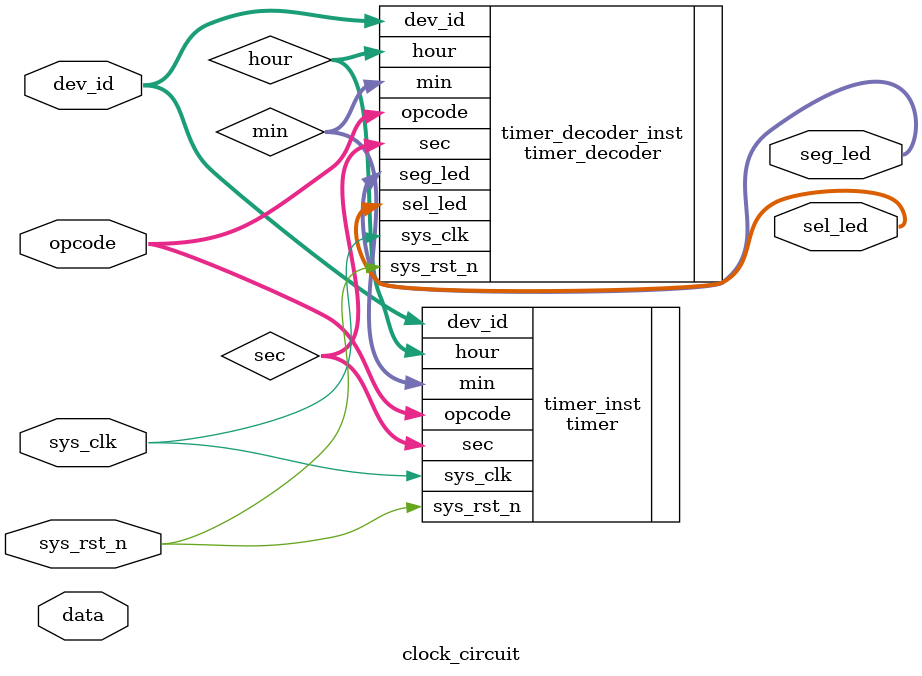
<source format=v>
module clock_circuit(
    input               sys_clk     ,
    input               sys_rst_n   ,
    input       [3: 0]  opcode      ,
    input       [3: 0]  data        ,
    input       [1: 0]  dev_id      ,//设备地址

    output      [7: 0]  seg_led     ,
    output      [5: 0]  sel_led     
);
wire [4: 0] hour;
wire [5: 0] min ;
wire [5: 0] sec ;

timer   timer_inst(
.sys_clk       (sys_clk),
.sys_rst_n     (sys_rst_n),
.dev_id        (dev_id),
.opcode        (opcode),

.hour          (hour),
.min           (min),
.sec           (sec)
);  

timer_decoder   timer_decoder_inst(
.sys_clk       (sys_clk),
.sys_rst_n     (sys_rst_n),
.hour          (hour),
.min           (min),
.sec           (sec),
.dev_id        (dev_id),
.opcode        (opcode),

.seg_led       (seg_led),
.sel_led       (sel_led)
);

// defparam timer_inst.MAX = 5;//5 * 20 = 100ns
// defparam timer_inst.DAY = 864;//864 * 100 = 86400ns;
// defparam timer_decoder_inst.FPS = 10;//200ns;
endmodule 
</source>
